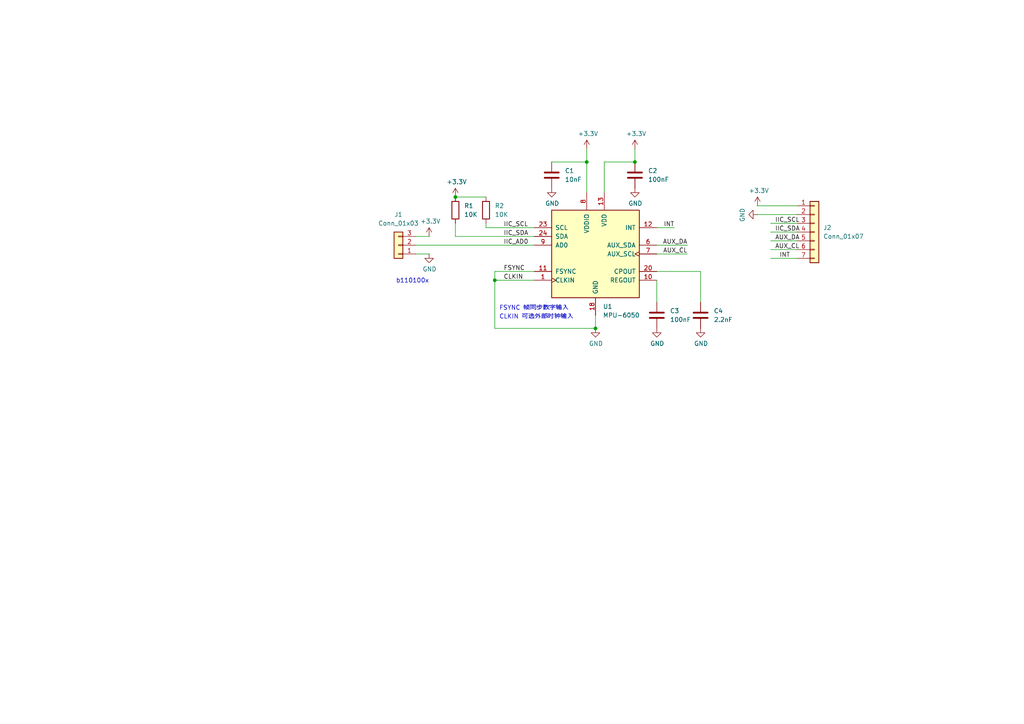
<source format=kicad_sch>
(kicad_sch (version 20250114) (generator "eeschema") (generator_version "9.0")
  (paper "A4")
  (lib_symbols
    (symbol "Connector_Generic:Conn_01x03" (pin_names (offset 1.016) (hide yes))
      (property "Reference" "J" (at 0 5.08 0))
      (property "Value" "Conn_01x03" (at 0 -5.08 0))
      (symbol "Conn_01x03_1_1"
        (rectangle (start -1.27 3.81) (end 1.27 -3.81) (stroke (width 0.254)) (fill (type background)))
        (rectangle (start -1.27 2.667) (end 0 2.413) (stroke (width 0.1524)))
        (rectangle (start -1.27 0.127) (end 0 -0.127) (stroke (width 0.1524)))
        (rectangle (start -1.27 -2.413) (end 0 -2.667) (stroke (width 0.1524)))
        (pin passive line (at -5.08 2.54 0) (length 3.81) (name "Pin_1") (number "1"))
        (pin passive line (at -5.08 0 0) (length 3.81) (name "Pin_2") (number "2"))
        (pin passive line (at -5.08 -2.54 0) (length 3.81) (name "Pin_3") (number "3"))
      )
    )
    (symbol "Connector_Generic:Conn_01x07" (pin_names (offset 1.016) (hide yes))
      (property "Reference" "J" (at 0 10.16 0))
      (property "Value" "Conn_01x07" (at 0 -10.16 0))
      (symbol "Conn_01x07_1_1"
        (rectangle (start -1.27 8.89) (end 1.27 -8.89) (stroke (width 0.254)) (fill (type background)))
        (rectangle (start -1.27 7.747) (end 0 7.493) (stroke (width 0.1524)))
        (rectangle (start -1.27 5.207) (end 0 4.953) (stroke (width 0.1524)))
        (rectangle (start -1.27 2.667) (end 0 2.413) (stroke (width 0.1524)))
        (rectangle (start -1.27 0.127) (end 0 -0.127) (stroke (width 0.1524)))
        (rectangle (start -1.27 -2.413) (end 0 -2.667) (stroke (width 0.1524)))
        (rectangle (start -1.27 -4.953) (end 0 -5.207) (stroke (width 0.1524)))
        (rectangle (start -1.27 -7.493) (end 0 -7.747) (stroke (width 0.1524)))
        (pin passive line (at -5.08 7.62 0) (length 3.81) (name "Pin_1") (number "1"))
        (pin passive line (at -5.08 5.08 0) (length 3.81) (name "Pin_2") (number "2"))
        (pin passive line (at -5.08 2.54 0) (length 3.81) (name "Pin_3") (number "3"))
        (pin passive line (at -5.08 0 0) (length 3.81) (name "Pin_4") (number "4"))
        (pin passive line (at -5.08 -2.54 0) (length 3.81) (name "Pin_5") (number "5"))
        (pin passive line (at -5.08 -5.08 0) (length 3.81) (name "Pin_6") (number "6"))
        (pin passive line (at -5.08 -7.62 0) (length 3.81) (name "Pin_7") (number "7"))
      )
    )
    (symbol "MPU-6050_1" (pin_names (offset 1.016))
      (property "Reference" "U" (at -11.43 13.97 0))
      (property "Value" "MPU-6050" (at 7.62 -13.97 0))
      (symbol "MPU-6050_1_0_1"
        (rectangle (start -12.7 12.7) (end 12.7 -12.7) (stroke (width 0.254)) (fill (type background)))
      )
      (symbol "MPU-6050_1_1_1"
        (pin input line (at -17.78 7.62 0) (length 5.08) (name "SCL") (number "23"))
        (pin bidirectional line (at -17.78 5.08 0) (length 5.08) (name "SDA") (number "24"))
        (pin input line (at -17.78 2.54 0) (length 5.08) (name "AD0") (number "9"))
        (pin input line (at -17.78 -5.08 0) (length 5.08) (name "FSYNC") (number "11"))
        (pin input clock (at -17.78 -7.62 0) (length 5.08) (name "CLKIN") (number "1"))
        (pin no_connect line (at -3.81 0 90) (length 5.08) (hide yes) (name "NC") (number "14"))
        (pin no_connect line (at -3.81 0 90) (length 5.08) (hide yes) (name "NC") (number "15"))
        (pin no_connect line (at -3.81 0 90) (length 5.08) (hide yes) (name "NC") (number "16"))
        (pin no_connect line (at -3.81 0 90) (length 5.08) (hide yes) (name "NC") (number "17"))
        (pin no_connect line (at -3.81 0 90) (length 5.08) (hide yes) (name "NC") (number "2"))
        (pin no_connect line (at -3.81 0 90) (length 5.08) (hide yes) (name "NC") (number "3"))
        (pin no_connect line (at -3.81 0 90) (length 5.08) (hide yes) (name "NC") (number "4"))
        (pin no_connect line (at -3.81 0 90) (length 5.08) (hide yes) (name "NC") (number "5"))
        (pin passive line (at -2.54 17.78 270) (length 5.08) (name "VDDIO") (number "8"))
        (pin no_connect line (at -1.27 0 90) (length 5.08) (hide yes) (name "RESV") (number "19"))
        (pin no_connect line (at -1.27 0 90) (length 5.08) (hide yes) (name "RESV") (number "21"))
        (pin no_connect line (at -1.27 0 90) (length 5.08) (hide yes) (name "RESV") (number "22"))
        (pin power_in line (at 0 -17.78 90) (length 5.08) (name "GND") (number "18"))
        (pin power_in line (at 0 -17.78 90) (length 5.08) (hide yes) (name "GND") (number "25"))
        (pin power_in line (at 2.54 17.78 270) (length 5.08) (name "VDD") (number "13"))
        (pin output line (at 17.78 7.62 180) (length 5.08) (name "INT") (number "12"))
        (pin bidirectional line (at 17.78 2.54 180) (length 5.08) (name "AUX_SDA") (number "6"))
        (pin output clock (at 17.78 0 180) (length 5.08) (name "AUX_SCL") (number "7"))
        (pin passive line (at 17.78 -5.08 180) (length 5.08) (name "CPOUT") (number "20"))
        (pin passive line (at 17.78 -7.62 180) (length 5.08) (name "REGOUT") (number "10"))
      )
    )
    (symbol "PCM_Capacitor_AKL:C_1206" (pin_numbers (hide yes)) (pin_names (offset 0.254))
      (property "Reference" "C" (at 0.635 2.54 0))
      (property "Value" "C_1206" (at 0.635 -2.54 0))
      (symbol "C_1206_0_1"
        (polyline (pts (xy -2.032 0.762) (xy 2.032 0.762)) (stroke (width 0.508)))
        (polyline (pts (xy -2.032 -0.762) (xy 2.032 -0.762)) (stroke (width 0.508)))
      )
      (symbol "C_1206_0_2"
        (polyline (pts (xy -2.54 -2.54) (xy -0.381 -0.381)))
        (polyline (pts (xy -0.508 -0.508) (xy -1.651 0.635)) (stroke (width 0.508)))
        (polyline (pts (xy -0.508 -0.508) (xy 0.635 -1.651)) (stroke (width 0.508)))
        (polyline (pts (xy 0.381 0.381) (xy 2.54 2.54)))
        (polyline (pts (xy 0.508 0.508) (xy -0.635 1.651)) (stroke (width 0.508)))
        (polyline (pts (xy 0.508 0.508) (xy 1.651 -0.635)) (stroke (width 0.508)))
      )
      (symbol "C_1206_1_1"
        (pin passive line (at 0 3.81 270) (length 2.794) (name "~") (number "1"))
        (pin passive line (at 0 -3.81 90) (length 2.794) (name "~") (number "2"))
      )
      (symbol "C_1206_1_2"
        (pin passive line (at -2.54 -2.54 90) (length 0) (name "~") (number "2"))
        (pin passive line (at 2.54 2.54 270) (length 0) (name "~") (number "1"))
      )
    )
    (symbol "PCM_Resistor_AKL:R_1206" (pin_numbers (hide yes)) (pin_names (offset 0))
      (property "Reference" "R" (at 2.54 1.27 0))
      (property "Value" "R_1206" (at 2.54 -1.27 0))
      (symbol "R_1206_0_1"
        (rectangle (start -1.016 2.54) (end 1.016 -2.54) (stroke (width 0.254)))
      )
      (symbol "R_1206_0_2"
        (polyline (pts (xy -2.54 -2.54) (xy -1.524 -1.524)))
        (polyline (pts (xy 1.524 1.524) (xy 2.54 2.54)))
        (polyline (pts (xy 1.524 1.524) (xy 0.889 2.159) (xy -2.159 -0.889) (xy -0.889 -2.159) (xy 2.159 0.889) (xy 1.524 1.524)) (stroke (width 0.254)))
      )
      (symbol "R_1206_1_1"
        (pin passive line (at 0 3.81 270) (length 1.27) (name "~") (number "1"))
        (pin passive line (at 0 -3.81 90) (length 1.27) (name "~") (number "2"))
      )
      (symbol "R_1206_1_2"
        (pin passive line (at -2.54 -2.54 0) (length 0) (name "") (number "2"))
        (pin passive line (at 2.54 2.54 180) (length 0) (name "") (number "1"))
      )
    )
    (symbol "power:+3.3V" (power) (pin_numbers (hide yes)) (pin_names (offset 0) (hide yes))
      (property "Value" "+3.3V" (at 0 3.556 0))
      (symbol "+3.3V_0_1"
        (polyline (pts (xy -0.762 1.27) (xy 0 2.54)))
        (polyline (pts (xy 0 2.54) (xy 0.762 1.27)))
        (polyline (pts (xy 0 0) (xy 0 2.54)))
      )
      (symbol "+3.3V_1_1"
        (pin power_in line (at 0 0 90) (length 0) (name "~") (number "1"))
      )
    )
    (symbol "power:GND" (power) (pin_numbers (hide yes)) (pin_names (offset 0) (hide yes))
      (property "Value" "GND" (at 0 -3.81 0))
      (symbol "GND_0_1"
        (polyline (pts (xy 0 0) (xy 0 -1.27) (xy 1.27 -1.27) (xy 0 -2.54) (xy -1.27 -1.27) (xy 0 -1.27)))
      )
      (symbol "GND_1_1"
        (pin power_in line (at 0 0 270) (length 0) (name "~") (number "1"))
      )
    )
  )
  (text "b110100x" (at 119.634 81.534 0) (effects (font (size 1.27 1.27))))
  (text "CLKIN 可选外部时钟输入" (at 144.78 92.71 0) (effects (font (size 1.27 1.27)) (justify left bottom)))
  (text "FSYNC 帧同步数字输入" (at 144.78 90.17 0) (effects (font (size 1.27 1.27)) (justify left bottom)))
  (junction (at 170.18 46.99))
  (junction (at 143.51 81.28))
  (junction (at 172.72 95.25))
  (junction (at 184.15 46.99))
  (junction (at 132.08 57.15))
  (wire (pts (xy 143.51 78.74) (xy 154.94 78.74)))
  (wire (pts (xy 175.26 55.88) (xy 175.26 46.99)))
  (wire (pts (xy 190.5 78.74) (xy 203.2 78.74)))
  (wire (pts (xy 223.52 74.93) (xy 231.14 74.93)))
  (wire (pts (xy 190.5 73.66) (xy 199.39 73.66)))
  (wire (pts (xy 172.72 91.44) (xy 172.72 95.25)))
  (wire (pts (xy 223.52 67.31) (xy 231.14 67.31)))
  (wire (pts (xy 190.5 71.12) (xy 199.39 71.12)))
  (wire (pts (xy 184.15 43.18) (xy 184.15 46.99)))
  (wire (pts (xy 132.08 68.58) (xy 154.94 68.58)))
  (wire (pts (xy 190.5 66.04) (xy 195.58 66.04)))
  (wire (pts (xy 143.51 81.28) (xy 154.94 81.28)))
  (wire (pts (xy 143.51 78.74) (xy 143.51 81.28)))
  (wire (pts (xy 120.65 68.58) (xy 124.46 68.58)))
  (wire (pts (xy 223.52 64.77) (xy 231.14 64.77)))
  (wire (pts (xy 170.18 43.18) (xy 170.18 46.99)))
  (wire (pts (xy 120.65 71.12) (xy 154.94 71.12)))
  (wire (pts (xy 190.5 87.63) (xy 190.5 81.28)))
  (wire (pts (xy 140.97 66.04) (xy 154.94 66.04)))
  (wire (pts (xy 203.2 78.74) (xy 203.2 87.63)))
  (wire (pts (xy 160.02 46.99) (xy 170.18 46.99)))
  (wire (pts (xy 223.52 72.39) (xy 231.14 72.39)))
  (wire (pts (xy 219.71 62.23) (xy 231.14 62.23)))
  (wire (pts (xy 175.26 46.99) (xy 184.15 46.99)))
  (wire (pts (xy 170.18 46.99) (xy 170.18 55.88)))
  (wire (pts (xy 120.65 73.66) (xy 124.46 73.66)))
  (wire (pts (xy 143.51 81.28) (xy 143.51 95.25)))
  (wire (pts (xy 132.08 68.58) (xy 132.08 64.77)))
  (wire (pts (xy 132.08 57.15) (xy 140.97 57.15)))
  (wire (pts (xy 140.97 64.77) (xy 140.97 66.04)))
  (wire (pts (xy 143.51 95.25) (xy 172.72 95.25)))
  (wire (pts (xy 219.71 59.69) (xy 231.14 59.69)))
  (wire (pts (xy 223.52 69.85) (xy 231.14 69.85)))
  (label "CLKIN" (at 146.05 81.28 0))
  (label "INT" (at 226.06 74.93 0))
  (label "IIC_SDA" (at 224.79 67.31 0))
  (label "IIC_SCL" (at 146.05 66.04 0))
  (label "IIC_SDA" (at 146.05 68.58 0))
  (label "INT" (at 195.58 66.04 180))
  (label "AUX_DA" (at 224.79 69.85 0))
  (label "AUX_CL" (at 199.39 73.66 180))
  (label "IIC_AD0" (at 146.05 71.12 0))
  (label "IIC_SCL" (at 224.79 64.77 0))
  (label "AUX_DA" (at 199.39 71.12 180))
  (label "FSYNC" (at 146.05 78.74 0))
  (label "AUX_CL" (at 224.79 72.39 0))
  (symbol (lib_id "power:+3.3V") (at 132.08 57.15 0) (unit 1)
    (property "Reference" "#PWR03" (effects (hide yes)))
    (property "Value" "+3.3V" (at 132.461 52.7558 0))
    (property "Description" "Power symbol creates a global label with name \"+3.3V\"" (effects (hide yes)))
  )
  (symbol (lib_id "power:+3.3V") (at 170.18 43.18 0) (unit 1)
    (property "Reference" "#PWR05" (effects (hide yes)))
    (property "Value" "+3.3V" (at 170.561 38.7858 0))
    (property "Description" "Power symbol creates a global label with name \"+3.3V\"" (effects (hide yes)))
  )
  (symbol (lib_id "power:GND") (at 172.72 95.25 0) (unit 1)
    (property "Reference" "#PWR06" (effects (hide yes)))
    (property "Value" "GND" (at 172.847 99.6442 0))
    (property "Description" "Power symbol creates a global label with name \"GND\" , ground" (effects (hide yes)))
  )
  (symbol (lib_id "Connector_Generic:Conn_01x07") (at 236.22 67.31 0) (unit 1)
    (property "Reference" "J2" (at 238.76 66.0399 0) (effects (justify left)))
    (property "Value" "Conn_01x07" (at 238.76 68.5799 0) (effects (justify left)))
    (property "Footprint" "Connector_PinHeader_2.54mm:PinHeader_1x07_P2.54mm_Vertical" (effects (hide yes)))
    (property "Description" "Generic connector, single row, 01x07, script generated (kicad-library-utils/schlib/autogen/connector/)" (effects (hide yes)))
  )
  (symbol (lib_id "PCM_Resistor_AKL:R_1206") (at 132.08 60.96 0) (unit 1)
    (property "Reference" "R1" (at 134.62 59.6899 0) (effects (justify left)))
    (property "Value" "10K" (at 134.62 62.2299 0) (effects (justify left)))
    (property "Footprint" "PCM_Resistor_SMD_AKL:R_1206_3216Metric" (effects (hide yes)))
    (property "Description" "SMD 1206 Chip Resistor, European Symbol, Alternate KiCad Library" (effects (hide yes)))
  )
  (symbol (lib_id "power:GND") (at 124.46 73.66 0) (unit 1)
    (property "Reference" "#PWR02" (effects (hide yes)))
    (property "Value" "GND" (at 124.587 78.0542 0))
    (property "Description" "Power symbol creates a global label with name \"GND\" , ground" (effects (hide yes)))
  )
  (symbol (lib_id "PCM_Capacitor_AKL:C_1206") (at 184.15 50.8 0) (unit 1)
    (property "Reference" "C2" (at 187.96 49.5299 0) (effects (justify left)))
    (property "Value" "100nF" (at 187.96 52.0699 0) (effects (justify left)))
    (property "Footprint" "PCM_Capacitor_SMD_AKL:C_1206_3216Metric" (effects (hide yes)))
    (property "Description" "SMD 1206 MLCC capacitor, Alternate KiCad Library" (effects (hide yes)))
  )
  (symbol (lib_id "power:+3.3V") (at 124.46 68.58 0) (unit 1)
    (property "Reference" "#PWR01" (effects (hide yes)))
    (property "Value" "+3.3V" (at 124.841 64.1858 0))
    (property "Description" "Power symbol creates a global label with name \"+3.3V\"" (effects (hide yes)))
  )
  (symbol (lib_id "power:GND") (at 190.5 95.25 0) (unit 1)
    (property "Reference" "#PWR09" (effects (hide yes)))
    (property "Value" "GND" (at 190.627 99.6442 0))
    (property "Description" "Power symbol creates a global label with name \"GND\" , ground" (effects (hide yes)))
  )
  (symbol (lib_id "power:+3.3V") (at 219.71 59.69 0) (unit 1)
    (property "Reference" "#PWR011" (effects (hide yes)))
    (property "Value" "+3.3V" (at 220.091 55.2958 0))
    (property "Description" "Power symbol creates a global label with name \"+3.3V\"" (effects (hide yes)))
  )
  (symbol (lib_id "power:GND") (at 160.02 54.61 0) (unit 1)
    (property "Reference" "#PWR04" (effects (hide yes)))
    (property "Value" "GND" (at 160.147 59.0042 0))
    (property "Description" "Power symbol creates a global label with name \"GND\" , ground" (effects (hide yes)))
  )
  (symbol (lib_name "MPU-6050_1") (lib_id "Library:MPU-6050") (at 172.72 73.66 0) (unit 1)
    (property "Reference" "U1" (at 174.8633 88.9 0) (effects (justify left)))
    (property "Value" "MPU-6050" (at 174.8633 91.44 0) (effects (justify left)))
    (property "Footprint" "Package_DFN_QFN:QFN-24-1EP_4x4mm_P0.5mm_EP2.7x2.7mm_ThermalVias" (effects (hide yes)))
    (property "Datasheet" "https://www.jlc-smt.com/lcsc/detail?componentCode=C24112" (effects (hide yes)))
    (property "Description" "姿态传感器/陀螺仪" (effects (hide yes)))
  )
  (symbol (lib_id "PCM_Capacitor_AKL:C_1206") (at 160.02 50.8 0) (unit 1)
    (property "Reference" "C1" (at 163.83 49.5299 0) (effects (justify left)))
    (property "Value" "10nF" (at 163.83 52.0699 0) (effects (justify left)))
    (property "Footprint" "PCM_Capacitor_SMD_AKL:C_1206_3216Metric" (effects (hide yes)))
    (property "Description" "SMD 1206 MLCC capacitor, Alternate KiCad Library" (effects (hide yes)))
  )
  (symbol (lib_id "PCM_Capacitor_AKL:C_1206") (at 203.2 91.44 0) (unit 1)
    (property "Reference" "C4" (at 207.01 90.1699 0) (effects (justify left)))
    (property "Value" "2.2nF" (at 207.01 92.7099 0) (effects (justify left)))
    (property "Footprint" "PCM_Capacitor_SMD_AKL:C_1206_3216Metric" (effects (hide yes)))
    (property "Description" "SMD 1206 MLCC capacitor, Alternate KiCad Library" (effects (hide yes)))
  )
  (symbol (lib_id "power:GND") (at 184.15 54.61 0) (unit 1)
    (property "Reference" "#PWR08" (effects (hide yes)))
    (property "Value" "GND" (at 184.277 59.0042 0))
    (property "Description" "Power symbol creates a global label with name \"GND\" , ground" (effects (hide yes)))
  )
  (symbol (lib_id "power:GND") (at 203.2 95.25 0) (unit 1)
    (property "Reference" "#PWR010" (effects (hide yes)))
    (property "Value" "GND" (at 203.327 99.6442 0))
    (property "Description" "Power symbol creates a global label with name \"GND\" , ground" (effects (hide yes)))
  )
  (symbol (lib_id "power:+3.3V") (at 184.15 43.18 0) (unit 1)
    (property "Reference" "#PWR07" (effects (hide yes)))
    (property "Value" "+3.3V" (at 184.531 38.7858 0))
    (property "Description" "Power symbol creates a global label with name \"+3.3V\"" (effects (hide yes)))
  )
  (symbol (lib_id "Connector_Generic:Conn_01x03") (at 115.57 71.12 180) (unit 1)
    (property "Reference" "J1" (at 115.57 62.23 0))
    (property "Value" "Conn_01x03" (at 115.57 64.77 0))
    (property "Footprint" "Connector_PinHeader_2.54mm:PinHeader_1x03_P2.54mm_Vertical" (effects (hide yes)))
    (property "Description" "Generic connector, single row, 01x03, script generated (kicad-library-utils/schlib/autogen/connector/)" (effects (hide yes)))
  )
  (symbol (lib_id "PCM_Capacitor_AKL:C_1206") (at 190.5 91.44 180) (unit 1)
    (property "Reference" "C3" (at 194.31 90.1699 0) (effects (justify right)))
    (property "Value" "100nF" (at 194.31 92.7099 0) (effects (justify right)))
    (property "Footprint" "PCM_Capacitor_SMD_AKL:C_1206_3216Metric" (effects (hide yes)))
    (property "Description" "SMD 1206 MLCC capacitor, Alternate KiCad Library" (effects (hide yes)))
  )
  (symbol (lib_id "power:GND") (at 219.71 62.23 270) (unit 1)
    (property "Reference" "#PWR012" (effects (hide yes)))
    (property "Value" "GND" (at 215.3158 62.357 0))
    (property "Description" "Power symbol creates a global label with name \"GND\" , ground" (effects (hide yes)))
  )
  (symbol (lib_id "PCM_Resistor_AKL:R_1206") (at 140.97 60.96 0) (unit 1)
    (property "Reference" "R2" (at 143.51 59.6899 0) (effects (justify left)))
    (property "Value" "10K" (at 143.51 62.2299 0) (effects (justify left)))
    (property "Footprint" "PCM_Resistor_SMD_AKL:R_1206_3216Metric" (effects (hide yes)))
    (property "Description" "SMD 1206 Chip Resistor, European Symbol, Alternate KiCad Library" (effects (hide yes)))
  )
)
</source>
